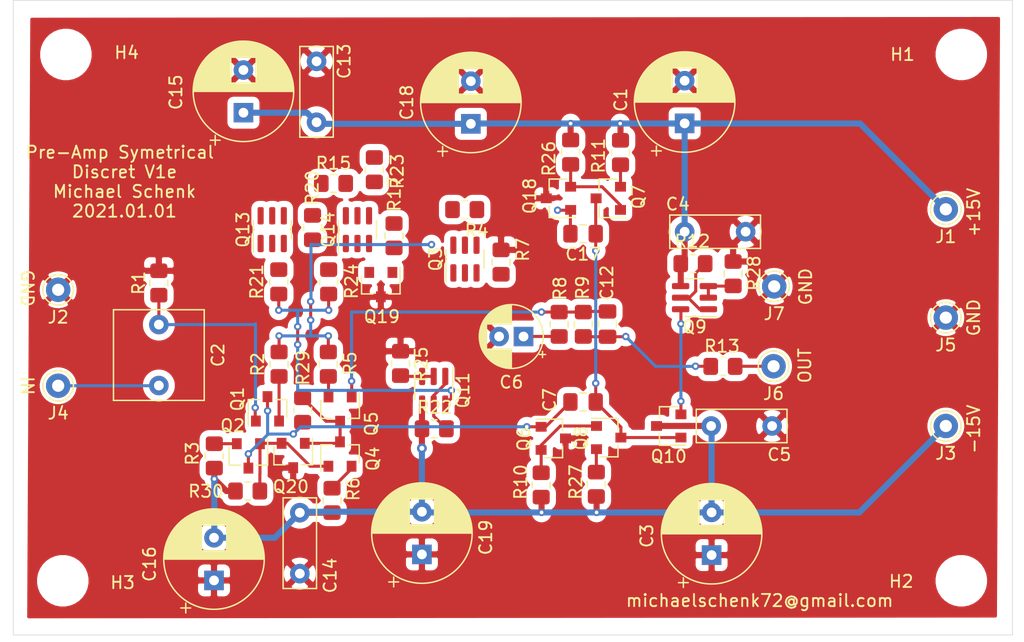
<source format=kicad_pcb>
(kicad_pcb (version 20171130) (host pcbnew "(5.1.8-0-10_14)")
  (layers (0 F.Cu signal) (31 B.Cu signal) (34 B.Paste user) (35 F.Paste user) (36 B.SilkS user) (37 F.SilkS user) (38 B.Mask user) (39 F.Mask user) (44 Edge.Cuts user))
  (net 0 "")
  (net 1 GND)
  (net 2 +15V)
  (net 3 "Net-(C2-Pad2)")
  (net 4 "Net-(C2-Pad1)")
  (net 5 -15V)
  (net 6 "Net-(C6-Pad1)")
  (net 7 "Net-(C7-Pad2)")
  (net 8 "Net-(J6-Pad1)")
  (net 9 "Net-(Q1-Pad2)")
  (net 10 "Net-(Q2-Pad2)")
  (net 11 "Net-(Q2-Pad1)")
  (net 12 "Net-(Q4-Pad2)")
  (net 13 "Net-(Q5-Pad2)")
  (net 14 "Net-(Q6-Pad2)")
  (net 15 "Net-(Q7-Pad2)")
  (net 16 "Net-(C12-Pad2)")
  (net 17 "Net-(C12-Pad1)")
  (net 18 "Net-(C17-Pad1)")
  (net 19 "Net-(C17-Pad2)")
  (net 20 "Net-(Q18-Pad2)")
  (net 21 "Net-(Q8-Pad2)")
  (net 22 "Net-(Q14-Pad2)")
  (net 23 "Net-(Q14-Pad1)")
  (net 24 "Net-(Q20-Pad1)")
  (net 25 "Net-(Q11-Pad1)")
  (net 26 "Net-(Q11-Pad6)")
  (net 27 "Net-(Q11-Pad2)")
  (net 28 "Net-(Q14-Pad4)")
  (net 29 "Net-(Q13-Pad4)")
  (net 30 "Net-(Q13-Pad3)")
  (net 31 "Net-(Q13-Pad1)")
  (net 32 "Net-(Q3-Pad6)")
  (net 33 "Net-(Q3-Pad1)")
  (net 34 "Net-(Q3-Pad2)")
  (net 35 "Net-(Q9-Pad2)")
  (net 36 "Net-(Q9-Pad1)")
  (module Package_SO:SC-74-6_1.5x2.9mm_P0.95mm (layer F.Cu) (at 177.7691 120.2817 180)
    (fp_text reference Q9 (at 0 -2.4) (layer F.SilkS))
    (fp_text value BCM857DS,115)
    (pad 6 smd roundrect (at 1.1375 -0.95 180) (size 1.425 0.5) (layers F.Cu F.Paste F.Mask) (net 17 "Net-(C12-Pad1)"))
    (pad 5 smd roundrect (at 1.1375 0 180) (size 1.425 0.5) (layers F.Cu F.Paste F.Mask) (net 36 "Net-(Q9-Pad1)"))
    (pad 4 smd roundrect (at 1.1375 0.95 180) (size 1.425 0.5) (layers F.Cu F.Paste F.Mask) (net 2 +15V))
    (pad 3 smd roundrect (at -1.1375 0.95 180) (size 1.425 0.5) (layers F.Cu F.Paste F.Mask) (net 35 "Net-(Q9-Pad2)"))
    (pad 2 smd roundrect (at -1.1375 0 180) (size 1.425 0.5) (layers F.Cu F.Paste F.Mask) (net 35 "Net-(Q9-Pad2)"))
    (pad 1 smd roundrect (at -1.1375 -0.95 180) (size 1.425 0.5) (layers F.Cu F.Paste F.Mask) (net 36 "Net-(Q9-Pad1)"))
  )
  (module Package_SO:SC-74-6_1.5x2.9mm_P0.95mm (layer F.Cu) (at 158.9507 117.1139 90)
    (fp_text reference Q3 (at 0 -2.4 90) (layer F.SilkS))
    (fp_text value BCM857DS,115)
    (pad 6 smd roundrect (at 1.1375 -0.95 90) (size 1.425 0.5) (layers F.Cu F.Paste F.Mask) (net 32 "Net-(Q3-Pad6)"))
    (pad 5 smd roundrect (at 1.1375 0 90) (size 1.425 0.5) (layers F.Cu F.Paste F.Mask) (net 33 "Net-(Q3-Pad1)"))
    (pad 4 smd roundrect (at 1.1375 0.95 90) (size 1.425 0.5) (layers F.Cu F.Paste F.Mask) (net 2 +15V))
    (pad 3 smd roundrect (at -1.1375 0.95 90) (size 1.425 0.5) (layers F.Cu F.Paste F.Mask) (net 34 "Net-(Q3-Pad2)"))
    (pad 2 smd roundrect (at -1.1375 0 90) (size 1.425 0.5) (layers F.Cu F.Paste F.Mask) (net 34 "Net-(Q3-Pad2)"))
    (pad 1 smd roundrect (at -1.1375 -0.95 90) (size 1.425 0.5) (layers F.Cu F.Paste F.Mask) (net 33 "Net-(Q3-Pad1)"))
  )
  (module Package_SO:SC-74-6_1.5x2.9mm_P0.95mm (layer F.Cu) (at 143.1519 114.7009 90)
    (fp_text reference Q13 (at 0 -2.4 90) (layer F.SilkS))
    (fp_text value BCM847DS,115)
    (pad 6 smd roundrect (at 1.1375 -0.95 90) (size 1.425 0.5) (layers F.Cu F.Paste F.Mask) (net 19 "Net-(C17-Pad2)"))
    (pad 5 smd roundrect (at 1.1375 0 90) (size 1.425 0.5) (layers F.Cu F.Paste F.Mask) (net 16 "Net-(C12-Pad2)"))
    (pad 4 smd roundrect (at 1.1375 0.95 90) (size 1.425 0.5) (layers F.Cu F.Paste F.Mask) (net 29 "Net-(Q13-Pad4)"))
    (pad 3 smd roundrect (at -1.1375 0.95 90) (size 1.425 0.5) (layers F.Cu F.Paste F.Mask) (net 30 "Net-(Q13-Pad3)"))
    (pad 2 smd roundrect (at -1.1375 0 90) (size 1.425 0.5) (layers F.Cu F.Paste F.Mask) (net 4 "Net-(C2-Pad1)"))
    (pad 1 smd roundrect (at -1.1375 -0.95 90) (size 1.425 0.5) (layers F.Cu F.Paste F.Mask) (net 31 "Net-(Q13-Pad1)"))
  )
  (module Package_SO:SC-74-6_1.5x2.9mm_P0.95mm (layer F.Cu) (at 150.1394 114.7009 90)
    (fp_text reference Q14 (at 0 -2.4 90) (layer F.SilkS))
    (fp_text value BCM857DS,115)
    (pad 6 smd roundrect (at 1.1375 -0.95 90) (size 1.425 0.5) (layers F.Cu F.Paste F.Mask) (net 19 "Net-(C17-Pad2)"))
    (pad 5 smd roundrect (at 1.1375 0 90) (size 1.425 0.5) (layers F.Cu F.Paste F.Mask) (net 22 "Net-(Q14-Pad2)"))
    (pad 4 smd roundrect (at 1.1375 0.95 90) (size 1.425 0.5) (layers F.Cu F.Paste F.Mask) (net 28 "Net-(Q14-Pad4)"))
    (pad 3 smd roundrect (at -1.1375 0.95 90) (size 1.425 0.5) (layers F.Cu F.Paste F.Mask) (net 30 "Net-(Q13-Pad3)"))
    (pad 2 smd roundrect (at -1.1375 0 90) (size 1.425 0.5) (layers F.Cu F.Paste F.Mask) (net 22 "Net-(Q14-Pad2)"))
    (pad 1 smd roundrect (at -1.1375 -0.95 90) (size 1.425 0.5) (layers F.Cu F.Paste F.Mask) (net 23 "Net-(Q14-Pad1)"))
  )
  (module Package_SO:SC-74-6_1.5x2.9mm_P0.95mm (layer F.Cu) (at 156.3903 127.8788 270)
    (fp_text reference Q11 (at 0 -2.4 90) (layer F.SilkS))
    (fp_text value BCM847DS,115)
    (pad 6 smd roundrect (at 1.1375 -0.95 270) (size 1.425 0.5) (layers F.Cu F.Paste F.Mask) (net 26 "Net-(Q11-Pad6)"))
    (pad 5 smd roundrect (at 1.1375 0 270) (size 1.425 0.5) (layers F.Cu F.Paste F.Mask) (net 25 "Net-(Q11-Pad1)"))
    (pad 4 smd roundrect (at 1.1375 0.95 270) (size 1.425 0.5) (layers F.Cu F.Paste F.Mask) (net 5 -15V))
    (pad 3 smd roundrect (at -1.1375 0.95 270) (size 1.425 0.5) (layers F.Cu F.Paste F.Mask) (net 27 "Net-(Q11-Pad2)"))
    (pad 2 smd roundrect (at -1.1375 0 270) (size 1.425 0.5) (layers F.Cu F.Paste F.Mask) (net 27 "Net-(Q11-Pad2)"))
    (pad 1 smd roundrect (at -1.1375 -0.95 270) (size 1.425 0.5) (layers F.Cu F.Paste F.Mask) (net 25 "Net-(Q11-Pad1)"))
  )
  (module Capacitor_THT:CP_Radial_D8.0mm_P3.50mm (layer F.Cu) (at 176.9618 105.9815 90)
    (fp_text reference C1 (at 1.9304 -5.2324 90) (layer F.SilkS))
    (fp_text value 220uF)
    (pad 2 thru_hole circle (at 3.5 0 90) (size 1.6 1.6) (drill 0.8) (layers *.Cu *.Mask) (net 1 GND))
    (pad 1 thru_hole rect (at 0 0 90) (size 1.6 1.6) (drill 0.8) (layers *.Cu *.Mask) (net 2 +15V))
  )
  (module Resistor_SMD:R_0805_2012Metric_Pad1.20x1.40mm_HandSolder (layer F.Cu) (at 141.1384 136.144 180)
    (fp_text reference R30 (at 3.4196 -0.0254) (layer F.SilkS))
    (fp_text value 1k)
    (pad 2 smd roundrect (at 1 0 180) (size 1.2 1.4) (layers F.Cu F.Paste F.Mask) (roundrect_rratio 0.2083325) (net 5 -15V))
    (pad 1 smd roundrect (at -1 0 180) (size 1.2 1.4) (layers F.Cu F.Paste F.Mask) (roundrect_rratio 0.2083325) (net 11 "Net-(Q2-Pad1)"))
  )
  (module Resistor_SMD:R_0805_2012Metric_Pad1.20x1.40mm_HandSolder (layer F.Cu) (at 145.6436 129.4986 270)
    (fp_text reference R29 (at -3.4638 -0.0254 90) (layer F.SilkS))
    (fp_text value 47k)
    (pad 2 smd roundrect (at 1 0 270) (size 1.2 1.4) (layers F.Cu F.Paste F.Mask) (roundrect_rratio 0.2083325) (net 7 "Net-(C7-Pad2)"))
    (pad 1 smd roundrect (at -1 0 270) (size 1.2 1.4) (layers F.Cu F.Paste F.Mask) (roundrect_rratio 0.2083325) (net 24 "Net-(Q20-Pad1)"))
  )
  (module Resistor_SMD:R_0805_2012Metric_Pad1.20x1.40mm_HandSolder (layer F.Cu) (at 153.1366 115.1984 90)
    (fp_text reference R17 (at 3.429 0.0254 90) (layer F.SilkS))
    (fp_text value 47k)
    (pad 2 smd roundrect (at 1 0 90) (size 1.2 1.4) (layers F.Cu F.Paste F.Mask) (roundrect_rratio 0.2083325) (net 19 "Net-(C17-Pad2)"))
    (pad 1 smd roundrect (at -1 0 90) (size 1.2 1.4) (layers F.Cu F.Paste F.Mask) (roundrect_rratio 0.2083325) (net 30 "Net-(Q13-Pad3)"))
  )
  (module Resistor_SMD:R_0805_2012Metric_Pad1.20x1.40mm_HandSolder (layer F.Cu) (at 148.1742 110.9091)
    (fp_text reference R15 (at 0 -1.65) (layer F.SilkS))
    (fp_text value 1k)
    (pad 2 smd roundrect (at 1 0) (size 1.2 1.4) (layers F.Cu F.Paste F.Mask) (roundrect_rratio 0.2083325) (net 22 "Net-(Q14-Pad2)"))
    (pad 1 smd roundrect (at -1 0) (size 1.2 1.4) (layers F.Cu F.Paste F.Mask) (roundrect_rratio 0.2083325) (net 2 +15V))
  )
  (module Package_TO_SOT_SMD:SOT-23 (layer F.Cu) (at 144.8714 133.2324 270)
    (fp_text reference Q20 (at 2.556 0.193 180) (layer F.SilkS))
    (fp_text value BC850C)
    (pad 3 smd rect (at 1 0 270) (size 0.9 0.8) (layers F.Cu F.Paste F.Mask) (net 1 GND))
    (pad 2 smd rect (at -1 0.95 270) (size 0.9 0.8) (layers F.Cu F.Paste F.Mask) (net 11 "Net-(Q2-Pad1)"))
    (pad 1 smd rect (at -1 -0.95 270) (size 0.9 0.8) (layers F.Cu F.Paste F.Mask) (net 24 "Net-(Q20-Pad1)"))
  )
  (module Package_TO_SOT_SMD:SOT-23 (layer F.Cu) (at 152.0546 119.2116 270)
    (fp_text reference Q19 (at 2.6322 -0.0864 180) (layer F.SilkS))
    (fp_text value BC860C)
    (pad 3 smd rect (at 1 0 270) (size 0.9 0.8) (layers F.Cu F.Paste F.Mask) (net 1 GND))
    (pad 2 smd rect (at -1 0.95 270) (size 0.9 0.8) (layers F.Cu F.Paste F.Mask) (net 22 "Net-(Q14-Pad2)"))
    (pad 1 smd rect (at -1 -0.95 270) (size 0.9 0.8) (layers F.Cu F.Paste F.Mask) (net 30 "Net-(Q13-Pad3)"))
  )
  (module Capacitor_THT:CP_Radial_D8.0mm_P3.50mm (layer F.Cu) (at 155.4226 141.3458 90)
    (fp_text reference C19 (at 1.3918 5.2324 90) (layer F.SilkS))
    (fp_text value 220uF)
    (pad 2 thru_hole circle (at 3.5 0 90) (size 1.6 1.6) (drill 0.8) (layers *.Cu *.Mask) (net 5 -15V))
    (pad 1 thru_hole rect (at 0 0 90) (size 1.6 1.6) (drill 0.8) (layers *.Cu *.Mask) (net 1 GND))
  )
  (module Capacitor_THT:CP_Radial_D8.0mm_P3.50mm (layer F.Cu) (at 159.4358 106.0196 90)
    (fp_text reference C18 (at 1.75 -5.25 90) (layer F.SilkS))
    (fp_text value 220uF)
    (pad 2 thru_hole circle (at 3.5 0 90) (size 1.6 1.6) (drill 0.8) (layers *.Cu *.Mask) (net 1 GND))
    (pad 1 thru_hole rect (at 0 0 90) (size 1.6 1.6) (drill 0.8) (layers *.Cu *.Mask) (net 2 +15V))
  )
  (module Resistor_SMD:R_0805_2012Metric_Pad1.20x1.40mm_HandSolder (layer F.Cu) (at 138.4046 133.2644 270)
    (fp_text reference R3 (at -0.1938 1.8034 90) (layer F.SilkS))
    (fp_text value 68R)
    (pad 2 smd roundrect (at 1 0 270) (size 1.2 1.4) (layers F.Cu F.Paste F.Mask) (roundrect_rratio 0.2083325) (net 5 -15V))
    (pad 1 smd roundrect (at -1 0 270) (size 1.2 1.4) (layers F.Cu F.Paste F.Mask) (roundrect_rratio 0.2083325) (net 10 "Net-(Q2-Pad2)"))
  )
  (module Capacitor_THT:CP_Radial_D5.0mm_P2.00mm (layer F.Cu) (at 163.7538 123.4694 180)
    (fp_text reference C6 (at 1 -3.75) (layer F.SilkS))
    (fp_text value 100uF)
    (pad 2 thru_hole circle (at 2 0 180) (size 1.6 1.6) (drill 0.8) (layers *.Cu *.Mask) (net 1 GND))
    (pad 1 thru_hole rect (at 0 0 180) (size 1.6 1.6) (drill 0.8) (layers *.Cu *.Mask) (net 6 "Net-(C6-Pad1)"))
  )
  (module Package_TO_SOT_SMD:SOT-23 (layer F.Cu) (at 166.6146 112.1308 180)
    (fp_text reference Q18 (at 2.3528 0.193 90) (layer F.SilkS))
    (fp_text value BC860C)
    (pad 3 smd rect (at 1 0 180) (size 0.9 0.8) (layers F.Cu F.Paste F.Mask) (net 1 GND))
    (pad 2 smd rect (at -1 0.95 180) (size 0.9 0.8) (layers F.Cu F.Paste F.Mask) (net 20 "Net-(Q18-Pad2)"))
    (pad 1 smd rect (at -1 -0.95 180) (size 0.9 0.8) (layers F.Cu F.Paste F.Mask) (net 19 "Net-(C17-Pad2)"))
  )
  (module Resistor_SMD:R_0805_2012Metric_Pad1.20x1.40mm_HandSolder (layer F.Cu) (at 180.102 125.9205 180)
    (fp_text reference R13 (at 0.0795 1.651) (layer F.SilkS))
    (fp_text value 47R)
    (pad 2 smd roundrect (at 1 0 180) (size 1.2 1.4) (layers F.Cu F.Paste F.Mask) (roundrect_rratio 0.2083325) (net 17 "Net-(C12-Pad1)"))
    (pad 1 smd roundrect (at -1 0 180) (size 1.2 1.4) (layers F.Cu F.Paste F.Mask) (roundrect_rratio 0.2083325) (net 8 "Net-(J6-Pad1)"))
  )
  (module Resistor_SMD:R_0805_2012Metric_Pad1.20x1.40mm_HandSolder (layer F.Cu) (at 180.9369 118.3165 90)
    (fp_text reference R28 (at 0.0414 1.7145 90) (layer F.SilkS))
    (fp_text value 10k)
    (pad 2 smd roundrect (at 1 0 90) (size 1.2 1.4) (layers F.Cu F.Paste F.Mask) (roundrect_rratio 0.2083325) (net 1 GND))
    (pad 1 smd roundrect (at -1 0 90) (size 1.2 1.4) (layers F.Cu F.Paste F.Mask) (roundrect_rratio 0.2083325) (net 35 "Net-(Q9-Pad2)"))
  )
  (module Resistor_SMD:R_0805_2012Metric_Pad1.20x1.40mm_HandSolder (layer F.Cu) (at 169.7228 135.5946 270)
    (fp_text reference R27 (at -0.1872 1.6764 90) (layer F.SilkS))
    (fp_text value 39R)
    (pad 2 smd roundrect (at 1 0 270) (size 1.2 1.4) (layers F.Cu F.Paste F.Mask) (roundrect_rratio 0.2083325) (net 5 -15V))
    (pad 1 smd roundrect (at -1 0 270) (size 1.2 1.4) (layers F.Cu F.Paste F.Mask) (roundrect_rratio 0.2083325) (net 21 "Net-(Q8-Pad2)"))
  )
  (module Resistor_SMD:R_0805_2012Metric_Pad1.20x1.40mm_HandSolder (layer F.Cu) (at 167.6146 108.347 270)
    (fp_text reference R26 (at 0.524 1.778 90) (layer F.SilkS))
    (fp_text value 2k2)
    (pad 2 smd roundrect (at 1 0 270) (size 1.2 1.4) (layers F.Cu F.Paste F.Mask) (roundrect_rratio 0.2083325) (net 20 "Net-(Q18-Pad2)"))
    (pad 1 smd roundrect (at -1 0 270) (size 1.2 1.4) (layers F.Cu F.Paste F.Mask) (roundrect_rratio 0.2083325) (net 2 +15V))
  )
  (module Resistor_SMD:R_0805_2012Metric_Pad1.20x1.40mm_HandSolder (layer F.Cu) (at 153.67 125.6759 270)
    (fp_text reference R25 (at 0.0762 -1.7018 90) (layer F.SilkS))
    (fp_text value 10k)
    (pad 2 smd roundrect (at 1 0 270) (size 1.2 1.4) (layers F.Cu F.Paste F.Mask) (roundrect_rratio 0.2083325) (net 27 "Net-(Q11-Pad2)"))
    (pad 1 smd roundrect (at -1 0 270) (size 1.2 1.4) (layers F.Cu F.Paste F.Mask) (roundrect_rratio 0.2083325) (net 1 GND))
  )
  (module Resistor_SMD:R_0805_2012Metric_Pad1.20x1.40mm_HandSolder (layer F.Cu) (at 147.7772 118.983 270)
    (fp_text reference R24 (at -0.0348 -1.8796 90) (layer F.SilkS))
    (fp_text value 100R)
    (pad 2 smd roundrect (at 1 0 270) (size 1.2 1.4) (layers F.Cu F.Paste F.Mask) (roundrect_rratio 0.2083325) (net 26 "Net-(Q11-Pad6)"))
    (pad 1 smd roundrect (at -1 0 270) (size 1.2 1.4) (layers F.Cu F.Paste F.Mask) (roundrect_rratio 0.2083325) (net 29 "Net-(Q13-Pad4)"))
  )
  (module Resistor_SMD:R_0805_2012Metric_Pad1.20x1.40mm_HandSolder (layer F.Cu) (at 151.5237 109.7821 270)
    (fp_text reference R23 (at 0.1364 -1.8796 90) (layer F.SilkS))
    (fp_text value 68R)
    (pad 2 smd roundrect (at 1 0 270) (size 1.2 1.4) (layers F.Cu F.Paste F.Mask) (roundrect_rratio 0.2083325) (net 28 "Net-(Q14-Pad4)"))
    (pad 1 smd roundrect (at -1 0 270) (size 1.2 1.4) (layers F.Cu F.Paste F.Mask) (roundrect_rratio 0.2083325) (net 2 +15V))
  )
  (module Resistor_SMD:R_0805_2012Metric_Pad1.20x1.40mm_HandSolder (layer F.Cu) (at 156.4292 131.0386 180)
    (fp_text reference R22 (at -0.0602 1.7526) (layer F.SilkS))
    (fp_text value 100R)
    (pad 2 smd roundrect (at 1 0 180) (size 1.2 1.4) (layers F.Cu F.Paste F.Mask) (roundrect_rratio 0.2083325) (net 5 -15V))
    (pad 1 smd roundrect (at -1 0 180) (size 1.2 1.4) (layers F.Cu F.Paste F.Mask) (roundrect_rratio 0.2083325) (net 25 "Net-(Q11-Pad1)"))
  )
  (module Resistor_SMD:R_0805_2012Metric_Pad1.20x1.40mm_HandSolder (layer F.Cu) (at 143.6878 118.983 270)
    (fp_text reference R21 (at -0.0094 1.8034 90) (layer F.SilkS))
    (fp_text value 100R)
    (pad 2 smd roundrect (at 1 0 270) (size 1.2 1.4) (layers F.Cu F.Paste F.Mask) (roundrect_rratio 0.2083325) (net 26 "Net-(Q11-Pad6)"))
    (pad 1 smd roundrect (at -1 0 270) (size 1.2 1.4) (layers F.Cu F.Paste F.Mask) (roundrect_rratio 0.2083325) (net 31 "Net-(Q13-Pad1)"))
  )
  (module Resistor_SMD:R_0805_2012Metric_Pad1.20x1.40mm_HandSolder (layer F.Cu) (at 146.4564 114.5319 270)
    (fp_text reference R20 (at -3.2672 0.0254 90) (layer F.SilkS))
    (fp_text value 68R)
    (pad 2 smd roundrect (at 1 0 270) (size 1.2 1.4) (layers F.Cu F.Paste F.Mask) (roundrect_rratio 0.2083325) (net 23 "Net-(Q14-Pad1)"))
    (pad 1 smd roundrect (at -1 0 270) (size 1.2 1.4) (layers F.Cu F.Paste F.Mask) (roundrect_rratio 0.2083325) (net 2 +15V))
  )
  (module Capacitor_SMD:C_0805_2012Metric_Pad1.18x1.45mm_HandSolder (layer F.Cu) (at 168.6345 115.0366 180)
    (fp_text reference C17 (at 0 -1.68) (layer F.SilkS))
    (fp_text value 270pF)
    (pad 2 smd roundrect (at 1.0375 0 180) (size 1.175 1.45) (layers F.Cu F.Paste F.Mask) (roundrect_rratio 0.2127659574468085) (net 19 "Net-(C17-Pad2)"))
    (pad 1 smd roundrect (at -1.0375 0 180) (size 1.175 1.45) (layers F.Cu F.Paste F.Mask) (roundrect_rratio 0.2127659574468085) (net 18 "Net-(C17-Pad1)"))
  )
  (module Capacitor_THT:CP_Radial_D8.0mm_P3.50mm (layer F.Cu) (at 138.3792 143.4794 90)
    (fp_text reference C16 (at 1.341 -5.2832 90) (layer F.SilkS))
    (fp_text value 220uF)
    (pad 2 thru_hole circle (at 3.5 0 90) (size 1.6 1.6) (drill 0.8) (layers *.Cu *.Mask) (net 5 -15V))
    (pad 1 thru_hole rect (at 0 0 90) (size 1.6 1.6) (drill 0.8) (layers *.Cu *.Mask) (net 1 GND))
  )
  (module Capacitor_THT:CP_Radial_D8.0mm_P3.50mm (layer F.Cu) (at 140.7922 105.1052 90)
    (fp_text reference C15 (at 1.6764 -5.5372 90) (layer F.SilkS))
    (fp_text value 220uF)
    (pad 2 thru_hole circle (at 3.5 0 90) (size 1.6 1.6) (drill 0.8) (layers *.Cu *.Mask) (net 1 GND))
    (pad 1 thru_hole rect (at 0 0 90) (size 1.6 1.6) (drill 0.8) (layers *.Cu *.Mask) (net 2 +15V))
  )
  (module Capacitor_THT:CP_Radial_D8.0mm_P3.50mm (layer F.Cu) (at 179.1716 141.4018 90)
    (fp_text reference C3 (at 1.5748 -5.3086 90) (layer F.SilkS))
    (fp_text value 220uF)
    (pad 2 thru_hole circle (at 3.5 0 90) (size 1.6 1.6) (drill 0.8) (layers *.Cu *.Mask) (net 5 -15V))
    (pad 1 thru_hole rect (at 0 0 90) (size 1.6 1.6) (drill 0.8) (layers *.Cu *.Mask) (net 1 GND))
  )
  (module Capacitor_THT:C_Rect_L7.2mm_W2.5mm_P5.00mm_FKS2_FKP2_MKS2_MKP2 (layer F.Cu) (at 145.415 137.922 270)
    (fp_text reference C14 (at 5.1562 -2.4892 90) (layer F.SilkS))
    (fp_text value 100nF)
    (pad 2 thru_hole circle (at 5 0 270) (size 1.6 1.6) (drill 0.8) (layers *.Cu *.Mask) (net 1 GND))
    (pad 1 thru_hole circle (at 0 0 270) (size 1.6 1.6) (drill 0.8) (layers *.Cu *.Mask) (net 5 -15V))
  )
  (module Capacitor_THT:C_Rect_L7.2mm_W2.5mm_P5.00mm_FKS2_FKP2_MKS2_MKP2 (layer F.Cu) (at 146.7866 100.8926 270)
    (fp_text reference C13 (at -0.0038 -2.2606 90) (layer F.SilkS))
    (fp_text value 100nF)
    (pad 2 thru_hole circle (at 5 0 270) (size 1.6 1.6) (drill 0.8) (layers *.Cu *.Mask) (net 2 +15V))
    (pad 1 thru_hole circle (at 0 0 270) (size 1.6 1.6) (drill 0.8) (layers *.Cu *.Mask) (net 1 GND))
  )
  (module Capacitor_THT:C_Rect_L7.2mm_W2.5mm_P5.00mm_FKS2_FKP2_MKS2_MKP2 (layer F.Cu) (at 179.1335 130.81)
    (fp_text reference C5 (at 5.588 2.3495) (layer F.SilkS))
    (fp_text value 100nF)
    (pad 2 thru_hole circle (at 5 0) (size 1.6 1.6) (drill 0.8) (layers *.Cu *.Mask) (net 1 GND))
    (pad 1 thru_hole circle (at 0 0) (size 1.6 1.6) (drill 0.8) (layers *.Cu *.Mask) (net 5 -15V))
  )
  (module Capacitor_THT:C_Rect_L7.2mm_W2.5mm_P5.00mm_FKS2_FKP2_MKS2_MKP2 (layer F.Cu) (at 181.9618 114.8715 180)
    (fp_text reference C4 (at 5.5626 2.2606) (layer F.SilkS))
    (fp_text value 100nF)
    (pad 2 thru_hole circle (at 5 0 180) (size 1.6 1.6) (drill 0.8) (layers *.Cu *.Mask) (net 2 +15V))
    (pad 1 thru_hole circle (at 0 0 180) (size 1.6 1.6) (drill 0.8) (layers *.Cu *.Mask) (net 1 GND))
  )
  (module Connector_Pin:Pin_D1.0mm_L10.0mm (layer F.Cu) (at 184.3024 119.3546)
    (fp_text reference J7 (at 0 2.25) (layer F.SilkS))
    (fp_text value Conn_01x01)
    (pad 1 thru_hole circle (at 0 0) (size 2 2) (drill 1) (layers *.Cu *.Mask) (net 1 GND))
  )
  (module Connector_Pin:Pin_D1.0mm_L10.0mm (layer F.Cu) (at 184.2516 125.9078)
    (fp_text reference J6 (at 0 2.25) (layer F.SilkS))
    (fp_text value Conn_01x01)
    (pad 1 thru_hole circle (at 0 0) (size 2 2) (drill 1) (layers *.Cu *.Mask) (net 8 "Net-(J6-Pad1)"))
  )
  (module Connector_Pin:Pin_D1.0mm_L10.0mm (layer F.Cu) (at 198.374 121.92)
    (fp_text reference J5 (at 0 2.25) (layer F.SilkS))
    (fp_text value Conn_01x01)
    (pad 1 thru_hole circle (at 0 0) (size 2 2) (drill 1) (layers *.Cu *.Mask) (net 1 GND))
  )
  (module Connector_Pin:Pin_D1.0mm_L10.0mm (layer F.Cu) (at 125.603 127.508)
    (fp_text reference J4 (at 0 2.25) (layer F.SilkS))
    (fp_text value Conn_01x01)
    (pad 1 thru_hole circle (at 0 0) (size 2 2) (drill 1) (layers *.Cu *.Mask) (net 3 "Net-(C2-Pad2)"))
  )
  (module Connector_Pin:Pin_D1.0mm_L10.0mm (layer F.Cu) (at 198.374 130.81)
    (fp_text reference J3 (at 0 2.25) (layer F.SilkS))
    (fp_text value Conn_01x01)
    (pad 1 thru_hole circle (at 0 0) (size 2 2) (drill 1) (layers *.Cu *.Mask) (net 5 -15V))
  )
  (module Connector_Pin:Pin_D1.0mm_L10.0mm (layer F.Cu) (at 125.603 119.634)
    (fp_text reference J2 (at 0 2.25) (layer F.SilkS))
    (fp_text value Conn_01x01)
    (pad 1 thru_hole circle (at 0 0) (size 2 2) (drill 1) (layers *.Cu *.Mask) (net 1 GND))
  )
  (module Connector_Pin:Pin_D1.0mm_L10.0mm (layer F.Cu) (at 198.374 113.03)
    (fp_text reference J1 (at 0 2.25) (layer F.SilkS))
    (fp_text value Conn_01x01)
    (pad 1 thru_hole circle (at 0 0) (size 2 2) (drill 1) (layers *.Cu *.Mask) (net 2 +15V))
  )
  (module Package_TO_SOT_SMD:SOT-23 (layer F.Cu) (at 148.7068 133.112 90)
    (fp_text reference Q4 (at -0.3904 2.7026 270) (layer F.SilkS))
    (fp_text value BC850C)
    (pad 3 smd rect (at 1 0 90) (size 0.9 0.8) (layers F.Cu F.Paste F.Mask) (net 24 "Net-(Q20-Pad1)"))
    (pad 2 smd rect (at -1 0.95 90) (size 0.9 0.8) (layers F.Cu F.Paste F.Mask) (net 12 "Net-(Q4-Pad2)"))
    (pad 1 smd rect (at -1 -0.95 90) (size 0.9 0.8) (layers F.Cu F.Paste F.Mask) (net 11 "Net-(Q2-Pad1)"))
  )
  (module Package_TO_SOT_SMD:SOT-23 (layer F.Cu) (at 175.657 130.8075 180)
    (fp_text reference Q10 (at 0 -2.5) (layer F.SilkS))
    (fp_text value BC860C)
    (pad 3 smd rect (at 1 0 180) (size 0.9 0.8) (layers F.Cu F.Paste F.Mask) (net 5 -15V))
    (pad 2 smd rect (at -1 0.95 180) (size 0.9 0.8) (layers F.Cu F.Paste F.Mask) (net 17 "Net-(C12-Pad1)"))
    (pad 1 smd rect (at -1 -0.95 180) (size 0.9 0.8) (layers F.Cu F.Paste F.Mask) (net 18 "Net-(C17-Pad1)"))
  )
  (module Resistor_SMD:R_0805_2012Metric_Pad1.20x1.40mm_HandSolder (layer F.Cu) (at 158.9311 113.0554 180)
    (fp_text reference R4 (at -0.9812 -1.7272) (layer F.SilkS))
    (fp_text value 100R)
    (pad 2 smd roundrect (at 1 0 180) (size 1.2 1.4) (layers F.Cu F.Paste F.Mask) (roundrect_rratio 0.2083325) (net 33 "Net-(Q3-Pad1)"))
    (pad 1 smd roundrect (at -1 0 180) (size 1.2 1.4) (layers F.Cu F.Paste F.Mask) (roundrect_rratio 0.2083325) (net 2 +15V))
  )
  (module Capacitor_SMD:C_0805_2012Metric_Pad1.18x1.45mm_HandSolder (layer F.Cu) (at 168.6345 128.8415 180)
    (fp_text reference C7 (at 2.7471 0.1651 90) (layer F.SilkS))
    (fp_text value 270pF)
    (pad 2 smd roundrect (at 1.0375 0 180) (size 1.175 1.45) (layers F.Cu F.Paste F.Mask) (roundrect_rratio 0.2127659574468085) (net 7 "Net-(C7-Pad2)"))
    (pad 1 smd roundrect (at -1.0375 0 180) (size 1.175 1.45) (layers F.Cu F.Paste F.Mask) (roundrect_rratio 0.2127659574468085) (net 18 "Net-(C17-Pad1)"))
  )
  (module Capacitor_SMD:C_0805_2012Metric_Pad1.18x1.45mm_HandSolder (layer F.Cu) (at 170.6372 122.4495 90)
    (fp_text reference C12 (at 3.3821 -0.0508 90) (layer F.SilkS))
    (fp_text value 6.8pF)
    (pad 2 smd roundrect (at 1.0375 0 90) (size 1.175 1.45) (layers F.Cu F.Paste F.Mask) (roundrect_rratio 0.2127659574468085) (net 16 "Net-(C12-Pad2)"))
    (pad 1 smd roundrect (at -1.0375 0 90) (size 1.175 1.45) (layers F.Cu F.Paste F.Mask) (roundrect_rratio 0.2127659574468085) (net 17 "Net-(C12-Pad1)"))
  )
  (module Resistor_SMD:R_0805_2012Metric_Pad1.20x1.40mm_HandSolder (layer F.Cu) (at 133.858 119.0752 90)
    (fp_text reference R1 (at 0 -1.65 90) (layer F.SilkS))
    (fp_text value 10k)
    (pad 2 smd roundrect (at 1 0 90) (size 1.2 1.4) (layers F.Cu F.Paste F.Mask) (roundrect_rratio 0.2083325) (net 1 GND))
    (pad 1 smd roundrect (at -1 0 90) (size 1.2 1.4) (layers F.Cu F.Paste F.Mask) (roundrect_rratio 0.2083325) (net 4 "Net-(C2-Pad1)"))
  )
  (module Resistor_SMD:R_0805_2012Metric_Pad1.20x1.40mm_HandSolder (layer F.Cu) (at 177.6443 117.4877)
    (fp_text reference R12 (at -0.0475 -1.8415) (layer F.SilkS))
    (fp_text value 100R)
    (pad 2 smd roundrect (at 1 0) (size 1.2 1.4) (layers F.Cu F.Paste F.Mask) (roundrect_rratio 0.2083325) (net 36 "Net-(Q9-Pad1)"))
    (pad 1 smd roundrect (at -1 0) (size 1.2 1.4) (layers F.Cu F.Paste F.Mask) (roundrect_rratio 0.2083325) (net 2 +15V))
  )
  (module Resistor_SMD:R_0805_2012Metric_Pad1.20x1.40mm_HandSolder (layer F.Cu) (at 171.704 108.3724 270)
    (fp_text reference R11 (at 0.2634 1.8034 90) (layer F.SilkS))
    (fp_text value 39R)
    (pad 2 smd roundrect (at 1 0 270) (size 1.2 1.4) (layers F.Cu F.Paste F.Mask) (roundrect_rratio 0.2083325) (net 15 "Net-(Q7-Pad2)"))
    (pad 1 smd roundrect (at -1 0 270) (size 1.2 1.4) (layers F.Cu F.Paste F.Mask) (roundrect_rratio 0.2083325) (net 2 +15V))
  )
  (module Resistor_SMD:R_0805_2012Metric_Pad1.20x1.40mm_HandSolder (layer F.Cu) (at 165.2016 135.6454 270)
    (fp_text reference R10 (at -0.238 1.6764 90) (layer F.SilkS))
    (fp_text value 2k2)
    (pad 2 smd roundrect (at 1 0 270) (size 1.2 1.4) (layers F.Cu F.Paste F.Mask) (roundrect_rratio 0.2083325) (net 5 -15V))
    (pad 1 smd roundrect (at -1 0 270) (size 1.2 1.4) (layers F.Cu F.Paste F.Mask) (roundrect_rratio 0.2083325) (net 14 "Net-(Q6-Pad2)"))
  )
  (module Resistor_SMD:R_0805_2012Metric_Pad1.20x1.40mm_HandSolder (layer F.Cu) (at 168.656 122.4628 90)
    (fp_text reference R9 (at 3.0005 -0.0635 90) (layer F.SilkS))
    (fp_text value 10k)
    (pad 2 smd roundrect (at 1 0 90) (size 1.2 1.4) (layers F.Cu F.Paste F.Mask) (roundrect_rratio 0.2083325) (net 16 "Net-(C12-Pad2)"))
    (pad 1 smd roundrect (at -1 0 90) (size 1.2 1.4) (layers F.Cu F.Paste F.Mask) (roundrect_rratio 0.2083325) (net 17 "Net-(C12-Pad1)"))
  )
  (module Resistor_SMD:R_0805_2012Metric_Pad1.20x1.40mm_HandSolder (layer F.Cu) (at 166.6748 122.4628 270)
    (fp_text reference R8 (at -2.937 -0.0635 90) (layer F.SilkS))
    (fp_text value 10k)
    (pad 2 smd roundrect (at 1 0 270) (size 1.2 1.4) (layers F.Cu F.Paste F.Mask) (roundrect_rratio 0.2083325) (net 6 "Net-(C6-Pad1)"))
    (pad 1 smd roundrect (at -1 0 270) (size 1.2 1.4) (layers F.Cu F.Paste F.Mask) (roundrect_rratio 0.2083325) (net 16 "Net-(C12-Pad2)"))
  )
  (module Resistor_SMD:R_0805_2012Metric_Pad1.20x1.40mm_HandSolder (layer F.Cu) (at 161.9123 117.3607 90)
    (fp_text reference R7 (at 1.016 1.778 90) (layer F.SilkS))
    (fp_text value 10k)
    (pad 2 smd roundrect (at 1 0 90) (size 1.2 1.4) (layers F.Cu F.Paste F.Mask) (roundrect_rratio 0.2083325) (net 1 GND))
    (pad 1 smd roundrect (at -1 0 90) (size 1.2 1.4) (layers F.Cu F.Paste F.Mask) (roundrect_rratio 0.2083325) (net 34 "Net-(Q3-Pad2)"))
  )
  (module Resistor_SMD:R_0805_2012Metric_Pad1.20x1.40mm_HandSolder (layer F.Cu) (at 148.0566 136.9154 270)
    (fp_text reference R6 (at -0.9238 -1.7272 90) (layer F.SilkS))
    (fp_text value 68R)
    (pad 2 smd roundrect (at 1 0 270) (size 1.2 1.4) (layers F.Cu F.Paste F.Mask) (roundrect_rratio 0.2083325) (net 5 -15V))
    (pad 1 smd roundrect (at -1 0 270) (size 1.2 1.4) (layers F.Cu F.Paste F.Mask) (roundrect_rratio 0.2083325) (net 12 "Net-(Q4-Pad2)"))
  )
  (module Resistor_SMD:R_0805_2012Metric_Pad1.20x1.40mm_HandSolder (layer F.Cu) (at 147.7518 125.7394 270)
    (fp_text reference R5 (at -0.0602 -1.778 90) (layer F.SilkS))
    (fp_text value 100R)
    (pad 2 smd roundrect (at 1 0 270) (size 1.2 1.4) (layers F.Cu F.Paste F.Mask) (roundrect_rratio 0.2083325) (net 13 "Net-(Q5-Pad2)"))
    (pad 1 smd roundrect (at -1 0 270) (size 1.2 1.4) (layers F.Cu F.Paste F.Mask) (roundrect_rratio 0.2083325) (net 32 "Net-(Q3-Pad6)"))
  )
  (module Resistor_SMD:R_0805_2012Metric_Pad1.20x1.40mm_HandSolder (layer F.Cu) (at 143.7132 125.7394 270)
    (fp_text reference R2 (at 0.016 1.7526 90) (layer F.SilkS))
    (fp_text value 100R)
    (pad 2 smd roundrect (at 1 0 270) (size 1.2 1.4) (layers F.Cu F.Paste F.Mask) (roundrect_rratio 0.2083325) (net 9 "Net-(Q1-Pad2)"))
    (pad 1 smd roundrect (at -1 0 270) (size 1.2 1.4) (layers F.Cu F.Paste F.Mask) (roundrect_rratio 0.2083325) (net 32 "Net-(Q3-Pad6)"))
  )
  (module Package_TO_SOT_SMD:SOT-23 (layer F.Cu) (at 170.7355 131.76)
    (fp_text reference Q8 (at -2.2573 0.0406 90) (layer F.SilkS))
    (fp_text value BC850C)
    (pad 3 smd rect (at 1 0) (size 0.9 0.8) (layers F.Cu F.Paste F.Mask) (net 18 "Net-(C17-Pad1)"))
    (pad 2 smd rect (at -1 0.95) (size 0.9 0.8) (layers F.Cu F.Paste F.Mask) (net 21 "Net-(Q8-Pad2)"))
    (pad 1 smd rect (at -1 -0.95) (size 0.9 0.8) (layers F.Cu F.Paste F.Mask) (net 14 "Net-(Q6-Pad2)"))
  )
  (module Package_TO_SOT_SMD:SOT-23 (layer F.Cu) (at 170.704 112.1308 180)
    (fp_text reference Q7 (at -2.4732 0.1168 90) (layer F.SilkS))
    (fp_text value BC860C)
    (pad 3 smd rect (at 1 0 180) (size 0.9 0.8) (layers F.Cu F.Paste F.Mask) (net 18 "Net-(C17-Pad1)"))
    (pad 2 smd rect (at -1 0.95 180) (size 0.9 0.8) (layers F.Cu F.Paste F.Mask) (net 15 "Net-(Q7-Pad2)"))
    (pad 1 smd rect (at -1 -0.95 180) (size 0.9 0.8) (layers F.Cu F.Paste F.Mask) (net 20 "Net-(Q18-Pad2)"))
  )
  (module Package_TO_SOT_SMD:SOT-23 (layer F.Cu) (at 166.1955 131.826)
    (fp_text reference Q6 (at -2.4163 0.0508 90) (layer F.SilkS))
    (fp_text value BC850C)
    (pad 3 smd rect (at 1 0) (size 0.9 0.8) (layers F.Cu F.Paste F.Mask) (net 1 GND))
    (pad 2 smd rect (at -1 0.95) (size 0.9 0.8) (layers F.Cu F.Paste F.Mask) (net 14 "Net-(Q6-Pad2)"))
    (pad 1 smd rect (at -1 -0.95) (size 0.9 0.8) (layers F.Cu F.Paste F.Mask) (net 7 "Net-(C7-Pad2)"))
  )
  (module Package_TO_SOT_SMD:SOT-23 (layer F.Cu) (at 148.717 129.4224 270)
    (fp_text reference Q5 (at 1.2098 -2.5654 90) (layer F.SilkS))
    (fp_text value BC860C)
    (pad 3 smd rect (at 1 0 270) (size 0.9 0.8) (layers F.Cu F.Paste F.Mask) (net 24 "Net-(Q20-Pad1)"))
    (pad 2 smd rect (at -1 0.95 270) (size 0.9 0.8) (layers F.Cu F.Paste F.Mask) (net 13 "Net-(Q5-Pad2)"))
    (pad 1 smd rect (at -1 -0.95 270) (size 0.9 0.8) (layers F.Cu F.Paste F.Mask) (net 16 "Net-(C12-Pad2)"))
  )
  (module Package_TO_SOT_SMD:SOT-23 (layer F.Cu) (at 141.1986 133.2644 270)
    (fp_text reference Q2 (at -2.4798 1.2954) (layer F.SilkS))
    (fp_text value BC850C)
    (pad 3 smd rect (at 1 0 270) (size 0.9 0.8) (layers F.Cu F.Paste F.Mask) (net 7 "Net-(C7-Pad2)"))
    (pad 2 smd rect (at -1 0.95 270) (size 0.9 0.8) (layers F.Cu F.Paste F.Mask) (net 10 "Net-(Q2-Pad2)"))
    (pad 1 smd rect (at -1 -0.95 270) (size 0.9 0.8) (layers F.Cu F.Paste F.Mask) (net 11 "Net-(Q2-Pad1)"))
  )
  (module Package_TO_SOT_SMD:SOT-23 (layer F.Cu) (at 142.7632 129.4036 90)
    (fp_text reference Q1 (at 0.8034 -2.4536 90) (layer F.SilkS))
    (fp_text value BC860C)
    (pad 3 smd rect (at 1 0 90) (size 0.9 0.8) (layers F.Cu F.Paste F.Mask) (net 7 "Net-(C7-Pad2)"))
    (pad 2 smd rect (at -1 0.95 90) (size 0.9 0.8) (layers F.Cu F.Paste F.Mask) (net 9 "Net-(Q1-Pad2)"))
    (pad 1 smd rect (at -1 -0.95 90) (size 0.9 0.8) (layers F.Cu F.Paste F.Mask) (net 4 "Net-(C2-Pad1)"))
  )
  (module MountingHole:MountingHole_3.2mm_M3 (layer F.Cu) (at 126.238 100.33)
    (fp_text reference H4 (at 4.9784 -0.1524) (layer F.SilkS))
    (fp_text value MountingHole)
    (pad 1 np_thru_hole circle (at 0 0) (size 3.2 3.2) (drill 3.2) (layers *.Cu *.Mask))
  )
  (module MountingHole:MountingHole_3.2mm_M3 (layer F.Cu) (at 125.984 143.51)
    (fp_text reference H3 (at 4.9022 0.1524) (layer F.SilkS))
    (fp_text value MountingHole)
    (pad 1 np_thru_hole circle (at 0 0) (size 3.2 3.2) (drill 3.2) (layers *.Cu *.Mask))
  )
  (module MountingHole:MountingHole_3.2mm_M3 (layer F.Cu) (at 199.644 143.51)
    (fp_text reference H2 (at -4.9276 0.0508) (layer F.SilkS))
    (fp_text value MountingHole)
    (pad 1 np_thru_hole circle (at 0 0) (size 3.2 3.2) (drill 3.2) (layers *.Cu *.Mask))
  )
  (module MountingHole:MountingHole_3.2mm_M3 (layer F.Cu) (at 199.644 100.33)
    (fp_text reference H1 (at -4.826 0) (layer F.SilkS))
    (fp_text value MountingHole)
    (pad 1 np_thru_hole circle (at 0 0) (size 3.2 3.2) (drill 3.2) (layers *.Cu *.Mask))
  )
  (module Capacitor_THT:C_Rect_L7.2mm_W7.2mm_P5.00mm_FKS2_FKP2_MKS2_MKP2 (layer F.Cu) (at 133.858 122.4915 270)
    (fp_text reference C2 (at 2.5 -4.85 90) (layer F.SilkS))
    (fp_text value 3.3uF)
    (pad 2 thru_hole circle (at 5 0 270) (size 1.6 1.6) (drill 0.8) (layers *.Cu *.Mask) (net 3 "Net-(C2-Pad2)"))
    (pad 1 thru_hole circle (at 0 0 270) (size 1.6 1.6) (drill 0.8) (layers *.Cu *.Mask) (net 4 "Net-(C2-Pad1)"))
  )
  (gr_text -15V (at 200.66 131.064 90) (layer F.SilkS) (effects (font (size 1 1))))
  (gr_text michaelschenk72@gmail.com (at 183.1086 145.1356) (layer F.SilkS) (effects (font (size 1 1))))
  (gr_text "Pre-Amp Symetrical \nDiscret V1e\nMichael Schenk\n2021.01.01" (at 131.0386 110.7694) (layer F.SilkS) (effects (font (size 1 1))))
  (gr_line (start 203.835 95.885) (end 121.92 95.885) (layer Edge.Cuts) (width 0.05))
  (gr_line (start 203.835 147.955) (end 203.835 95.885) (layer Edge.Cuts) (width 0.05))
  (gr_line (start 121.92 147.955) (end 203.835 147.955) (layer Edge.Cuts) (width 0.05))
  (gr_line (start 121.92 96.52) (end 121.92 147.955) (layer Edge.Cuts) (width 0.05))
  (gr_line (start 121.92 95.885) (end 121.92 96.52) (layer Edge.Cuts) (width 0.05))
  (gr_text GND (at 186.8805 119.38 90) (layer F.SilkS) (effects (font (size 1 1))))
  (gr_text OUT (at 186.817 125.857 90) (layer F.SilkS) (effects (font (size 1 1))))
  (gr_text GND (at 123.063 119.507 270) (layer F.SilkS) (effects (font (size 1 1))))
  (gr_text IN (at 123.063 127.508 270) (layer F.SilkS) (effects (font (size 1 1))))
  (gr_text GND (at 200.66 121.92 90) (layer F.SilkS) (effects (font (size 1 1))))
  (gr_text +15V (at 200.66 113.284 90) (layer F.SilkS) (effects (font (size 1 1))))
  (segment (start 167.64 107.3724) (end 167.6146 107.347) (width 0.25) (layer F.Cu) (net 2))
  (segment (start 159.4612 105.9942) (end 159.4358 106.0196) (width 0.5) (layer B.Cu) (net 2))
  (segment (start 171.704 106.0196) (end 171.6786 105.9942) (width 0.5) (layer F.Cu) (net 2))
  (via (at 171.6786 105.9942) (size 0.6) (drill 0.3) (layers F.Cu B.Cu) (net 2))
  (segment (start 171.704 107.3724) (end 171.704 106.0196) (width 0.5) (layer F.Cu) (net 2))
  (segment (start 178.6128 105.9942) (end 171.6786 105.9942) (width 0.5) (layer B.Cu) (net 2))
  (segment (start 167.4876 105.9942) (end 159.4612 105.9942) (width 0.5) (layer B.Cu) (net 2))
  (via (at 167.6146 105.9942) (size 0.6) (drill 0.3) (layers F.Cu B.Cu) (net 2))
  (segment (start 171.6786 105.9942) (end 167.4876 105.9942) (width 0.5) (layer B.Cu) (net 2))
  (segment (start 167.6146 105.9942) (end 167.6146 107.347) (width 0.5) (layer F.Cu) (net 2))
  (segment (start 178.5874 106.0196) (end 178.6128 105.9942) (width 0.5) (layer B.Cu) (net 2))
  (segment (start 191.3382 105.9942) (end 198.374 113.03) (width 0.5) (layer B.Cu) (net 2))
  (segment (start 178.6128 105.9942) (end 191.3382 105.9942) (width 0.5) (layer B.Cu) (net 2))
  (segment (start 146.9136 106.0196) (end 146.7866 105.8926) (width 0.5) (layer B.Cu) (net 2))
  (segment (start 159.4358 106.0196) (end 146.9136 106.0196) (width 0.5) (layer B.Cu) (net 2))
  (segment (start 145.9992 105.1052) (end 146.7866 105.8926) (width 0.5) (layer B.Cu) (net 2))
  (segment (start 140.7922 105.1052) (end 145.9992 105.1052) (width 0.5) (layer B.Cu) (net 2))
  (segment (start 176.9618 105.9815) (end 176.9618 114.8715) (width 0.5) (layer B.Cu) (net 2))
  (segment (start 176.9618 117.1702) (end 176.6443 117.4877) (width 0.5) (layer F.Cu) (net 2))
  (segment (start 176.9618 114.8715) (end 176.9618 117.1702) (width 0.5) (layer F.Cu) (net 2))
  (segment (start 176.6443 119.319) (end 176.6316 119.3317) (width 0.5) (layer F.Cu) (net 2))
  (segment (start 176.6443 117.4877) (end 176.6443 119.319) (width 0.5) (layer F.Cu) (net 2))
  (segment (start 125.6195 127.4915) (end 125.603 127.508) (width 0.25) (layer F.Cu) (net 3))
  (segment (start 133.8415 127.508) (end 133.858 127.4915) (width 0.25) (layer B.Cu) (net 3))
  (segment (start 125.603 127.508) (end 133.8415 127.508) (width 0.25) (layer B.Cu) (net 3))
  (segment (start 133.858 122.4915) (end 133.858 120.0752) (width 0.25) (layer F.Cu) (net 4))
  (via (at 141.7574 129.3114) (size 0.6) (drill 0.3) (layers F.Cu B.Cu) (net 4))
  (segment (start 141.7574 130.3478) (end 141.8132 130.4036) (width 0.25) (layer F.Cu) (net 4))
  (segment (start 141.7574 129.3114) (end 141.7574 130.3478) (width 0.25) (layer F.Cu) (net 4))
  (segment (start 141.7828 129.286) (end 141.7574 129.3114) (width 0.25) (layer B.Cu) (net 4))
  (segment (start 133.858 122.4915) (end 141.7193 122.4915) (width 0.25) (layer B.Cu) (net 4))
  (segment (start 141.7828 122.428) (end 141.7828 129.286) (width 0.25) (layer B.Cu) (net 4))
  (segment (start 165.2524 136.5946) (end 165.2016 136.6454) (width 0.25) (layer F.Cu) (net 5))
  (segment (start 179.131 130.8075) (end 179.1335 130.81) (width 0.5) (layer F.Cu) (net 5))
  (segment (start 174.657 130.8075) (end 179.131 130.8075) (width 0.5) (layer F.Cu) (net 5))
  (segment (start 179.1716 130.8481) (end 179.1335 130.81) (width 0.5) (layer B.Cu) (net 5))
  (segment (start 179.1716 137.9018) (end 179.1716 130.8481) (width 0.5) (layer B.Cu) (net 5))
  (segment (start 191.2822 137.9018) (end 198.374 130.81) (width 0.5) (layer B.Cu) (net 5))
  (segment (start 179.1716 137.9018) (end 191.2822 137.9018) (width 0.5) (layer B.Cu) (net 5))
  (segment (start 155.4786 137.9018) (end 155.4226 137.8458) (width 0.5) (layer B.Cu) (net 5))
  (segment (start 145.4912 137.8458) (end 145.415 137.922) (width 0.5) (layer B.Cu) (net 5))
  (segment (start 155.4226 137.8458) (end 145.4912 137.8458) (width 0.5) (layer B.Cu) (net 5))
  (segment (start 165.2322 137.9018) (end 165.2322 137.9018) (width 0.5) (layer B.Cu) (net 5))
  (segment (start 179.1716 137.9018) (end 169.743 137.9018) (width 0.5) (layer B.Cu) (net 5))
  (segment (start 165.2322 137.9018) (end 155.4786 137.9018) (width 0.5) (layer B.Cu) (net 5))
  (via (at 165.2322 137.9018) (size 0.6) (drill 0.3) (layers F.Cu B.Cu) (net 5))
  (segment (start 169.743 137.9018) (end 165.2322 137.9018) (width 0.5) (layer B.Cu) (net 5))
  (via (at 169.743 137.9018) (size 0.6) (drill 0.3) (layers F.Cu B.Cu) (net 5))
  (segment (start 165.2322 136.676) (end 165.2016 136.6454) (width 0.5) (layer F.Cu) (net 5))
  (segment (start 165.2322 137.9018) (end 165.2322 136.676) (width 0.5) (layer F.Cu) (net 5))
  (segment (start 169.743 136.6148) (end 169.7228 136.5946) (width 0.5) (layer F.Cu) (net 5))
  (segment (start 169.743 137.9018) (end 169.743 136.6148) (width 0.5) (layer F.Cu) (net 5))
  (segment (start 138.4112 134.271) (end 138.4046 134.2644) (width 0.5) (layer F.Cu) (net 5))
  (segment (start 148.05 137.922) (end 148.0566 137.9154) (width 0.5) (layer F.Cu) (net 5))
  (segment (start 145.415 137.922) (end 148.05 137.922) (width 0.5) (layer F.Cu) (net 5))
  (via (at 138.4046 135.1534) (size 0.6) (drill 0.3) (layers F.Cu B.Cu) (net 5))
  (segment (start 138.4046 134.2644) (end 138.4046 135.1534) (width 0.5) (layer F.Cu) (net 5))
  (segment (start 138.4046 139.954) (end 138.3792 139.9794) (width 0.5) (layer B.Cu) (net 5))
  (segment (start 138.4046 135.1534) (end 138.4046 139.954) (width 0.5) (layer B.Cu) (net 5))
  (segment (start 143.3576 139.9794) (end 145.415 137.922) (width 0.5) (layer B.Cu) (net 5))
  (segment (start 138.3792 139.9794) (end 143.3576 139.9794) (width 0.5) (layer B.Cu) (net 5))
  (segment (start 139.3952 136.144) (end 138.4046 135.1534) (width 0.5) (layer F.Cu) (net 5))
  (segment (start 140.1384 136.144) (end 139.3952 136.144) (width 0.5) (layer F.Cu) (net 5))
  (via (at 155.4226 132.6388) (size 0.8) (drill 0.4) (layers F.Cu B.Cu) (net 5))
  (segment (start 155.4226 137.8458) (end 155.4226 132.6388) (width 0.5) (layer B.Cu) (net 5))
  (segment (start 155.4226 131.0452) (end 155.4292 131.0386) (width 0.5) (layer F.Cu) (net 5))
  (segment (start 155.4226 132.6388) (end 155.4226 131.0452) (width 0.5) (layer F.Cu) (net 5))
  (segment (start 155.4292 129.0274) (end 155.4403 129.0163) (width 0.5) (layer F.Cu) (net 5))
  (segment (start 155.4292 131.0386) (end 155.4292 129.0274) (width 0.5) (layer F.Cu) (net 5))
  (segment (start 163.7604 123.4628) (end 163.7538 123.4694) (width 0.25) (layer F.Cu) (net 6))
  (segment (start 166.6748 123.4628) (end 163.7604 123.4628) (width 0.25) (layer F.Cu) (net 6))
  (via (at 164.0205 130.8735) (size 0.6) (drill 0.3) (layers F.Cu B.Cu) (net 7))
  (segment (start 164.023 130.876) (end 164.0205 130.8735) (width 0.25) (layer F.Cu) (net 7))
  (segment (start 165.1955 130.876) (end 164.023 130.876) (width 0.25) (layer F.Cu) (net 7))
  (segment (start 165.5625 130.876) (end 167.597 128.8415) (width 0.25) (layer F.Cu) (net 7))
  (segment (start 165.1955 130.876) (end 165.5625 130.876) (width 0.25) (layer F.Cu) (net 7))
  (segment (start 142.7734 128.4138) (end 142.7632 128.4036) (width 0.25) (layer F.Cu) (net 7))
  (segment (start 142.7632 129.5552) (end 142.7734 129.5654) (width 0.25) (layer F.Cu) (net 7))
  (via (at 142.7734 129.5654) (size 0.6) (drill 0.3) (layers F.Cu B.Cu) (net 7))
  (segment (start 142.7632 128.4036) (end 142.7632 129.5552) (width 0.25) (layer F.Cu) (net 7))
  (segment (start 142.7734 129.5654) (end 142.7734 131.4704) (width 0.25) (layer B.Cu) (net 7))
  (segment (start 142.7734 131.5212) (end 141.1986 133.096) (width 0.25) (layer B.Cu) (net 7))
  (via (at 141.1986 133.096) (size 0.6) (drill 0.3) (layers F.Cu B.Cu) (net 7))
  (segment (start 142.7734 131.4704) (end 142.7734 131.5212) (width 0.25) (layer B.Cu) (net 7))
  (segment (start 141.1986 133.096) (end 141.1986 134.2644) (width 0.25) (layer F.Cu) (net 7))
  (segment (start 142.7734 131.4704) (end 144.8816 131.4704) (width 0.25) (layer B.Cu) (net 7))
  (segment (start 145.6436 130.7084) (end 144.8816 131.4704) (width 0.25) (layer F.Cu) (net 7))
  (via (at 144.8816 131.4704) (size 0.6) (drill 0.3) (layers F.Cu B.Cu) (net 7))
  (segment (start 145.6436 130.4986) (end 145.6436 130.7084) (width 0.25) (layer F.Cu) (net 7))
  (segment (start 145.4785 130.8735) (end 144.8816 131.4704) (width 0.25) (layer B.Cu) (net 7))
  (segment (start 164.0205 130.8735) (end 145.4785 130.8735) (width 0.25) (layer B.Cu) (net 7))
  (segment (start 184.2389 125.9205) (end 184.2516 125.9078) (width 0.25) (layer B.Cu) (net 8))
  (segment (start 184.2389 125.9205) (end 184.2516 125.9078) (width 0.5) (layer F.Cu) (net 8))
  (segment (start 181.1147 125.9078) (end 181.102 125.9205) (width 0.25) (layer F.Cu) (net 8))
  (segment (start 184.2516 125.9078) (end 181.1147 125.9078) (width 0.25) (layer F.Cu) (net 8))
  (segment (start 143.7132 130.4036) (end 143.7132 126.7394) (width 0.25) (layer F.Cu) (net 9))
  (segment (start 140.2486 132.2644) (end 138.4046 132.2644) (width 0.25) (layer F.Cu) (net 10))
  (segment (start 147.7518 134.107) (end 147.7568 134.112) (width 0.25) (layer F.Cu) (net 11))
  (segment (start 144.386398 132.2324) (end 143.9214 132.2324) (width 0.25) (layer F.Cu) (net 11))
  (segment (start 146.265998 134.112) (end 144.386398 132.2324) (width 0.25) (layer F.Cu) (net 11))
  (segment (start 147.7568 134.112) (end 146.265998 134.112) (width 0.25) (layer F.Cu) (net 11))
  (segment (start 142.1806 132.2324) (end 142.1486 132.2644) (width 0.25) (layer F.Cu) (net 11))
  (segment (start 143.9214 132.2324) (end 142.1806 132.2324) (width 0.25) (layer F.Cu) (net 11))
  (segment (start 142.1384 134.759602) (end 142.1384 136.144) (width 0.25) (layer F.Cu) (net 11))
  (segment (start 142.1486 134.749402) (end 142.1384 134.759602) (width 0.25) (layer F.Cu) (net 11))
  (segment (start 142.1486 132.2644) (end 142.1486 134.749402) (width 0.25) (layer F.Cu) (net 11))
  (via (at 143.7132 123.4186) (size 0.6) (drill 0.3) (layers F.Cu B.Cu) (net 32))
  (segment (start 143.7132 124.7394) (end 143.7132 123.4186) (width 0.25) (layer F.Cu) (net 32))
  (via (at 147.7518 123.4186) (size 0.6) (drill 0.3) (layers F.Cu B.Cu) (net 32))
  (segment (start 147.7518 123.4186) (end 147.7518 124.7394) (width 0.25) (layer F.Cu) (net 32))
  (via (at 146.304 120.5992) (size 0.6) (drill 0.3) (layers F.Cu B.Cu) (net 32))
  (segment (start 146.3294 120.5738) (end 146.304 120.5992) (width 0.25) (layer B.Cu) (net 32))
  (segment (start 146.3294 115.9256) (end 146.3294 120.5738) (width 0.25) (layer B.Cu) (net 32))
  (via (at 146.304 122.1232) (size 0.6) (drill 0.3) (layers F.Cu B.Cu) (net 32))
  (segment (start 146.304 120.5992) (end 146.304 122.1232) (width 0.25) (layer F.Cu) (net 32))
  (segment (start 146.304 123.3932) (end 146.3294 123.4186) (width 0.25) (layer B.Cu) (net 32))
  (segment (start 146.304 122.1232) (end 146.304 123.3932) (width 0.25) (layer B.Cu) (net 32))
  (segment (start 146.3294 123.4186) (end 147.7518 123.4186) (width 0.25) (layer B.Cu) (net 32))
  (segment (start 143.7132 123.4186) (end 146.3294 123.4186) (width 0.25) (layer B.Cu) (net 32))
  (via (at 156.21 115.9256) (size 0.6) (drill 0.3) (layers F.Cu B.Cu) (net 32))
  (segment (start 146.3294 115.9256) (end 156.21 115.9256) (width 0.25) (layer B.Cu) (net 32))
  (segment (start 149.6568 134.3152) (end 148.0566 135.9154) (width 0.25) (layer F.Cu) (net 12))
  (segment (start 149.6568 134.112) (end 149.6568 134.3152) (width 0.25) (layer F.Cu) (net 12))
  (segment (start 147.767 126.7546) (end 147.7518 126.7394) (width 0.25) (layer F.Cu) (net 13))
  (segment (start 147.767 128.4224) (end 147.767 126.7546) (width 0.25) (layer F.Cu) (net 13))
  (segment (start 166.776498 130.81) (end 169.7355 130.81) (width 0.25) (layer F.Cu) (net 14))
  (segment (start 165.1955 132.390998) (end 166.776498 130.81) (width 0.25) (layer F.Cu) (net 14))
  (segment (start 165.1955 132.776) (end 165.1955 132.390998) (width 0.25) (layer F.Cu) (net 14))
  (segment (start 165.2016 132.7821) (end 165.1955 132.776) (width 0.25) (layer F.Cu) (net 14))
  (segment (start 165.2016 134.6454) (end 165.2016 132.7821) (width 0.25) (layer F.Cu) (net 14))
  (segment (start 171.704 111.1808) (end 171.704 109.3724) (width 0.25) (layer F.Cu) (net 15))
  (segment (start 149.667 127.1372) (end 149.6568 127.127) (width 0.25) (layer F.Cu) (net 16))
  (via (at 149.6568 127.127) (size 0.6) (drill 0.3) (layers F.Cu B.Cu) (net 16))
  (segment (start 149.667 128.4224) (end 149.667 127.1372) (width 0.25) (layer F.Cu) (net 16))
  (segment (start 149.6568 127.127) (end 149.6568 122.174) (width 0.25) (layer B.Cu) (net 16))
  (segment (start 149.6568 122.174) (end 149.6568 121.4628) (width 0.25) (layer B.Cu) (net 16))
  (segment (start 168.7068 121.412) (end 168.656 121.4628) (width 0.25) (layer F.Cu) (net 16))
  (segment (start 170.6372 121.412) (end 168.7068 121.412) (width 0.25) (layer F.Cu) (net 16))
  (segment (start 168.656 121.4628) (end 166.6748 121.4628) (width 0.25) (layer F.Cu) (net 16))
  (via (at 165.227 121.4628) (size 0.6) (drill 0.3) (layers F.Cu B.Cu) (net 16))
  (segment (start 166.6748 121.4628) (end 165.227 121.4628) (width 0.25) (layer F.Cu) (net 16))
  (segment (start 165.227 121.4628) (end 149.6568 121.4628) (width 0.25) (layer B.Cu) (net 16))
  (segment (start 168.1722 123.8074) (end 168.0972 123.8824) (width 0.25) (layer F.Cu) (net 17))
  (via (at 176.657 122.428) (size 0.6) (drill 0.3) (layers F.Cu B.Cu) (net 17))
  (segment (start 176.6255 122.3965) (end 176.657 122.428) (width 0.25) (layer F.Cu) (net 17))
  (via (at 176.657 128.778) (size 0.6) (drill 0.3) (layers F.Cu B.Cu) (net 17))
  (segment (start 176.657 129.8575) (end 176.657 128.778) (width 0.25) (layer F.Cu) (net 17))
  (segment (start 176.657 126.8095) (end 176.657 128.778) (width 0.25) (layer B.Cu) (net 17))
  (segment (start 176.657 122.428) (end 176.657 124.46) (width 0.25) (layer B.Cu) (net 17))
  (segment (start 176.657 125.984) (end 176.657 126.8095) (width 0.25) (layer B.Cu) (net 17))
  (segment (start 176.657 125.9205) (end 176.657 125.984) (width 0.25) (layer B.Cu) (net 17))
  (segment (start 176.657 124.46) (end 176.657 125.9205) (width 0.25) (layer B.Cu) (net 17))
  (segment (start 177.8381 125.9205) (end 177.8508 125.9078) (width 0.25) (layer B.Cu) (net 17))
  (via (at 177.8508 125.9078) (size 0.6) (drill 0.3) (layers F.Cu B.Cu) (net 17))
  (segment (start 176.657 125.9205) (end 177.8381 125.9205) (width 0.25) (layer B.Cu) (net 17))
  (segment (start 179.0893 125.9078) (end 179.102 125.9205) (width 0.25) (layer F.Cu) (net 17))
  (segment (start 177.8508 125.9078) (end 179.0893 125.9078) (width 0.25) (layer F.Cu) (net 17))
  (via (at 172.1358 123.4694) (size 0.6) (drill 0.3) (layers F.Cu B.Cu) (net 17))
  (segment (start 172.1182 123.487) (end 172.1358 123.4694) (width 0.25) (layer F.Cu) (net 17))
  (segment (start 170.6372 123.487) (end 172.1182 123.487) (width 0.25) (layer F.Cu) (net 17))
  (segment (start 174.5869 125.9205) (end 176.657 125.9205) (width 0.25) (layer B.Cu) (net 17))
  (segment (start 172.1358 123.4694) (end 174.5869 125.9205) (width 0.25) (layer B.Cu) (net 17))
  (segment (start 168.6802 123.487) (end 168.656 123.4628) (width 0.25) (layer F.Cu) (net 17))
  (segment (start 170.6372 123.487) (end 168.6802 123.487) (width 0.25) (layer F.Cu) (net 17))
  (segment (start 176.657 121.2571) (end 176.6316 121.2317) (width 0.25) (layer F.Cu) (net 17))
  (segment (start 176.657 122.428) (end 176.657 121.2571) (width 0.25) (layer F.Cu) (net 17))
  (segment (start 171.738 131.7575) (end 171.7355 131.76) (width 0.25) (layer F.Cu) (net 18))
  (segment (start 176.657 131.7575) (end 171.738 131.7575) (width 0.25) (layer F.Cu) (net 18))
  (segment (start 171.7355 130.905) (end 169.672 128.8415) (width 0.25) (layer F.Cu) (net 18))
  (segment (start 171.7355 131.76) (end 171.7355 130.905) (width 0.25) (layer F.Cu) (net 18))
  (segment (start 169.672 128.8415) (end 169.672 128.8415) (width 0.25) (layer F.Cu) (net 18))
  (via (at 169.672 127.3048) (size 0.6) (drill 0.3) (layers F.Cu B.Cu) (net 18))
  (segment (start 169.672 128.8415) (end 169.672 127.3048) (width 0.25) (layer F.Cu) (net 18))
  (segment (start 169.672 127.3048) (end 169.672 117.4496) (width 0.25) (layer B.Cu) (net 18))
  (segment (start 169.672 117.4496) (end 169.672 116.9416) (width 0.25) (layer B.Cu) (net 18))
  (segment (start 169.672 115.57) (end 169.6974 115.5446) (width 0.25) (layer F.Cu) (net 18))
  (via (at 169.672 116.4336) (size 0.6) (drill 0.3) (layers F.Cu B.Cu) (net 18))
  (segment (start 169.672 116.9416) (end 169.672 116.4336) (width 0.25) (layer B.Cu) (net 18))
  (segment (start 169.672 116.4336) (end 169.672 115.0366) (width 0.25) (layer F.Cu) (net 18))
  (segment (start 169.672 112.1628) (end 169.704 112.1308) (width 0.25) (layer F.Cu) (net 18))
  (segment (start 169.672 115.0366) (end 169.672 112.1628) (width 0.25) (layer F.Cu) (net 18))
  (segment (start 167.597 113.0984) (end 167.6146 113.0808) (width 0.25) (layer F.Cu) (net 19))
  (segment (start 167.597 115.0366) (end 167.597 113.0984) (width 0.25) (layer F.Cu) (net 19))
  (via (at 166.5478 113.1062) (size 0.6) (drill 0.3) (layers F.Cu B.Cu) (net 19))
  (segment (start 167.5892 113.1062) (end 167.6146 113.0808) (width 0.25) (layer F.Cu) (net 19))
  (segment (start 166.5478 113.1062) (end 167.5892 113.1062) (width 0.25) (layer F.Cu) (net 19))
  (segment (start 166.5478 113.1062) (end 166.5351 113.0935) (width 0.25) (layer B.Cu) (net 19))
  (segment (start 171.704 112.695798) (end 170.189002 111.1808) (width 0.25) (layer F.Cu) (net 20))
  (segment (start 170.189002 111.1808) (end 167.6146 111.1808) (width 0.25) (layer F.Cu) (net 20))
  (segment (start 171.704 113.0808) (end 171.704 112.695798) (width 0.25) (layer F.Cu) (net 20))
  (segment (start 167.6146 111.1808) (end 167.6146 109.347) (width 0.25) (layer F.Cu) (net 20))
  (segment (start 169.7228 132.7227) (end 169.7355 132.71) (width 0.25) (layer F.Cu) (net 21))
  (segment (start 169.7228 134.5946) (end 169.7228 132.7227) (width 0.25) (layer F.Cu) (net 21))
  (segment (start 148.717 132.1018) (end 148.7068 132.112) (width 0.25) (layer F.Cu) (net 24))
  (segment (start 148.717 130.4224) (end 148.717 132.1018) (width 0.25) (layer F.Cu) (net 24))
  (segment (start 148.7068 132.112) (end 148.685 132.112) (width 0.25) (layer F.Cu) (net 24))
  (segment (start 145.8214 132.2324) (end 145.8214 132.1684) (width 0.25) (layer F.Cu) (net 24))
  (segment (start 148.5864 132.2324) (end 148.7068 132.112) (width 0.25) (layer F.Cu) (net 24))
  (segment (start 145.8214 132.2324) (end 148.5864 132.2324) (width 0.25) (layer F.Cu) (net 24))
  (segment (start 147.5674 130.4224) (end 145.6436 128.4986) (width 0.25) (layer F.Cu) (net 24))
  (segment (start 148.717 130.4224) (end 147.5674 130.4224) (width 0.25) (layer F.Cu) (net 24))
  (segment (start 157.91531 130.55249) (end 157.4292 131.0386) (width 0.25) (layer F.Cu) (net 25))
  (segment (start 156.3903 129.9997) (end 157.4292 131.0386) (width 0.25) (layer F.Cu) (net 25))
  (segment (start 156.3903 129.0163) (end 156.3903 129.9997) (width 0.25) (layer F.Cu) (net 25))
  (segment (start 157.3403 127.3538) (end 157.3403 126.7413) (width 0.25) (layer F.Cu) (net 25))
  (segment (start 156.3903 128.3038) (end 157.3403 127.3538) (width 0.25) (layer F.Cu) (net 25))
  (segment (start 156.3903 129.0163) (end 156.3903 128.3038) (width 0.25) (layer F.Cu) (net 25))
  (via (at 143.6878 121.3104) (size 0.6) (drill 0.3) (layers F.Cu B.Cu) (net 26))
  (segment (start 143.6878 119.983) (end 143.6878 121.3104) (width 0.25) (layer F.Cu) (net 26))
  (via (at 147.7772 121.3104) (size 0.6) (drill 0.3) (layers F.Cu B.Cu) (net 26))
  (segment (start 147.7772 121.3104) (end 147.7772 119.983) (width 0.25) (layer F.Cu) (net 26))
  (via (at 145.2372 124.1298) (size 0.6) (drill 0.3) (layers F.Cu B.Cu) (net 26))
  (segment (start 145.2372 127.889) (end 145.2372 124.1298) (width 0.25) (layer B.Cu) (net 26))
  (via (at 145.2372 122.6566) (size 0.6) (drill 0.3) (layers F.Cu B.Cu) (net 26))
  (segment (start 145.2372 124.1298) (end 145.2372 122.6566) (width 0.25) (layer F.Cu) (net 26))
  (segment (start 145.2372 121.3866) (end 145.161 121.3104) (width 0.25) (layer B.Cu) (net 26))
  (segment (start 145.2372 122.6566) (end 145.2372 121.3866) (width 0.25) (layer B.Cu) (net 26))
  (segment (start 145.161 121.3104) (end 147.7772 121.3104) (width 0.25) (layer B.Cu) (net 26))
  (segment (start 143.6878 121.3104) (end 145.161 121.3104) (width 0.25) (layer B.Cu) (net 26))
  (segment (start 157.3403 128.617388) (end 157.3403 129.0163) (width 0.25) (layer F.Cu) (net 26))
  (via (at 157.8356 127.889) (size 0.6) (drill 0.3) (layers F.Cu B.Cu) (net 26))
  (segment (start 145.2372 127.889) (end 157.8356 127.889) (width 0.25) (layer B.Cu) (net 26))
  (segment (start 157.8356 128.521) (end 157.3403 129.0163) (width 0.25) (layer F.Cu) (net 26))
  (segment (start 157.8356 127.889) (end 157.8356 128.521) (width 0.25) (layer F.Cu) (net 26))
  (segment (start 154.1225 126.7413) (end 154.0764 126.6952) (width 0.25) (layer F.Cu) (net 27))
  (segment (start 156.3903 126.7413) (end 155.4403 126.7413) (width 0.25) (layer F.Cu) (net 27))
  (segment (start 153.7354 126.7413) (end 153.67 126.6759) (width 0.25) (layer F.Cu) (net 27))
  (segment (start 155.4403 126.7413) (end 153.7354 126.7413) (width 0.25) (layer F.Cu) (net 27))
  (segment (start 178.9066 120.2817) (end 178.9066 119.3317) (width 0.25) (layer F.Cu) (net 35))
  (segment (start 180.9217 119.3317) (end 180.9369 119.3165) (width 0.25) (layer F.Cu) (net 35))
  (segment (start 178.9066 119.3317) (end 180.9217 119.3317) (width 0.25) (layer F.Cu) (net 35))
  (segment (start 177.86909 119.75671) (end 177.86909 118.26291) (width 0.25) (layer F.Cu) (net 36))
  (segment (start 177.86909 118.26291) (end 178.6443 117.4877) (width 0.25) (layer F.Cu) (net 36))
  (segment (start 177.3441 120.2817) (end 177.86909 119.75671) (width 0.25) (layer F.Cu) (net 36))
  (segment (start 176.6316 120.2817) (end 177.3441 120.2817) (width 0.25) (layer F.Cu) (net 36))
  (segment (start 177.2441 120.2817) (end 176.6316 120.2817) (width 0.25) (layer F.Cu) (net 36))
  (segment (start 178.1941 121.2317) (end 177.2441 120.2817) (width 0.25) (layer F.Cu) (net 36))
  (segment (start 178.9066 121.2317) (end 178.1941 121.2317) (width 0.25) (layer F.Cu) (net 36))
  (zone (net 1) (net_name GND) (layer F.Cu) (connect_pads (clearance 0.508)) (min_thickness 0.254) (fill yes (arc_segments 32) (thermal_gap 0.508) (thermal_bridge_width 0.508))
    (polygon (pts (xy 202.565 146.52625) (xy 123.063 146.58975) (xy 123.317 97.31375) (xy 202.819 97.25025)))
  )
)
</source>
